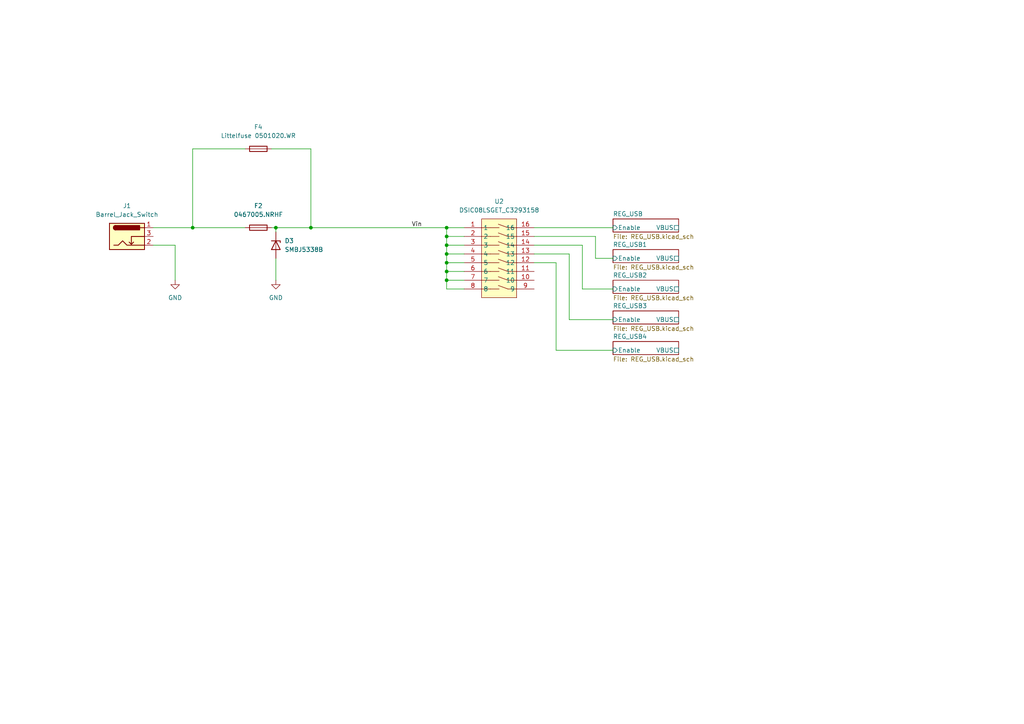
<source format=kicad_sch>
(kicad_sch (version 20250114) (generator "eeschema") (generator_version "9.0")
  (paper "A4")
  (lib_symbols
    (symbol "Connector:Barrel_Jack_Switch" (pin_names (hide yes))
      (property "Reference" "J" (at 0 5.334 0))
      (property "Value" "Barrel_Jack_Switch" (at 0 -5.08 0))
      (symbol "Barrel_Jack_Switch_0_1"
        (rectangle (start -5.08 3.81) (end 5.08 -3.81) (stroke (width 0.254)) (fill (type background)))
        (polyline (pts (xy -3.81 -2.54) (xy -2.54 -2.54) (xy -1.27 -1.27) (xy 0 -2.54) (xy 2.54 -2.54) (xy 5.08 -2.54)) (stroke (width 0.254)))
        (arc (start -3.302 1.905) (mid -3.9343 2.54) (end -3.302 3.175) (stroke (width 0.254)))
        (arc (start -3.302 1.905) (mid -3.9343 2.54) (end -3.302 3.175) (stroke (width 0.254)) (fill (type outline)))
        (polyline (pts (xy 1.27 -2.286) (xy 1.905 -1.651)) (stroke (width 0.254)))
        (rectangle (start 3.683 3.175) (end -3.302 1.905) (stroke (width 0.254)) (fill (type outline)))
        (polyline (pts (xy 5.08 2.54) (xy 3.81 2.54)) (stroke (width 0.254)))
        (polyline (pts (xy 5.08 0) (xy 1.27 0) (xy 1.27 -2.286) (xy 0.635 -1.651)) (stroke (width 0.254)))
      )
      (symbol "Barrel_Jack_Switch_1_1"
        (pin passive line (at 7.62 2.54 180) (length 2.54) (name "~") (number "1"))
        (pin passive line (at 7.62 0 180) (length 2.54) (name "~") (number "3"))
        (pin passive line (at 7.62 -2.54 180) (length 2.54) (name "~") (number "2"))
      )
    )
    (symbol "D_Zener_1" (pin_numbers (hide yes)) (pin_names (offset 1.016) (hide yes))
      (property "Reference" "D" (at 0 2.54 0))
      (property "Value" "D_Zener" (at 0 -2.54 0))
      (symbol "D_Zener_1_0_1"
        (polyline (pts (xy -1.27 -1.27) (xy -1.27 1.27) (xy -0.762 1.27)) (stroke (width 0.254)))
        (polyline (pts (xy 1.27 0) (xy -1.27 0)))
        (polyline (pts (xy 1.27 -1.27) (xy 1.27 1.27) (xy -1.27 0) (xy 1.27 -1.27)) (stroke (width 0.254)))
      )
      (symbol "D_Zener_1_1_1"
        (pin passive line (at -3.81 0 0) (length 2.54) (name "K") (number "1"))
        (pin passive line (at 3.81 0 180) (length 2.54) (name "A") (number "2"))
      )
    )
    (symbol "Device:Fuse" (pin_numbers (hide yes)) (pin_names (offset 0))
      (property "Reference" "F" (at 2.032 0 90))
      (property "Value" "Fuse" (at -1.905 0 90))
      (symbol "Fuse_0_1"
        (rectangle (start -0.762 -2.54) (end 0.762 2.54) (stroke (width 0.254)))
        (polyline (pts (xy 0 2.54) (xy 0 -2.54)))
      )
      (symbol "Fuse_1_1"
        (pin passive line (at 0 3.81 270) (length 1.27) (name "~") (number "1"))
        (pin passive line (at 0 -3.81 90) (length 1.27) (name "~") (number "2"))
      )
    )
    (symbol "easyeda2kicad:DSIC08LSGET_C3293158"
      (property "Reference" "U" (at 0 15.24 0))
      (property "Value" "DSIC08LSGET_C3293158" (at 0 -12.7 0))
      (symbol "DSIC08LSGET_C3293158_0_1"
        (rectangle (start -5.08 12.7) (end 5.08 -10.16) (fill (type background)))
        (polyline (pts (xy -2.54 10.16) (xy -5.08 10.16)))
        (polyline (pts (xy -2.54 10.16) (xy 0 10.16)))
        (polyline (pts (xy -2.54 7.62) (xy -5.08 7.62)))
        (polyline (pts (xy -2.54 7.62) (xy 0 7.62)))
        (polyline (pts (xy -2.54 5.08) (xy -5.08 5.08)))
        (polyline (pts (xy -2.54 5.08) (xy 0 5.08)))
        (polyline (pts (xy -2.54 2.54) (xy -5.08 2.54)))
        (polyline (pts (xy -2.54 2.54) (xy 0 2.54)))
        (polyline (pts (xy -2.54 0) (xy -5.08 0)))
        (polyline (pts (xy -2.54 0) (xy 0 0)))
        (polyline (pts (xy -2.54 -2.54) (xy -5.08 -2.54)))
        (polyline (pts (xy -2.54 -2.54) (xy 0 -2.54)))
        (polyline (pts (xy -2.54 -5.08) (xy -5.08 -5.08)))
        (polyline (pts (xy -2.54 -5.08) (xy 0 -5.08)))
        (polyline (pts (xy -2.54 -7.62) (xy -5.08 -7.62)))
        (polyline (pts (xy -2.54 -7.62) (xy 0 -7.62)))
        (polyline (pts (xy 2.54 10.16) (xy -0.25 11.18)))
        (polyline (pts (xy 2.54 7.62) (xy -0.25 8.64)))
        (polyline (pts (xy 2.54 5.08) (xy -0.25 6.1)))
        (polyline (pts (xy 2.54 2.54) (xy -0.25 3.56)))
        (polyline (pts (xy 2.54 0) (xy -0.25 1.02)))
        (polyline (pts (xy 2.54 -2.54) (xy -0.25 -1.52)))
        (polyline (pts (xy 2.54 -5.08) (xy -0.25 -4.06)))
        (polyline (pts (xy 2.54 -7.62) (xy -0.25 -6.6)))
        (polyline (pts (xy 5.08 10.16) (xy 2.54 10.16)))
        (polyline (pts (xy 5.08 7.62) (xy 2.54 7.62)))
        (polyline (pts (xy 5.08 5.08) (xy 2.54 5.08)))
        (polyline (pts (xy 5.08 2.54) (xy 2.54 2.54)))
        (polyline (pts (xy 5.08 0) (xy 2.54 0)))
        (polyline (pts (xy 5.08 -2.54) (xy 2.54 -2.54)))
        (polyline (pts (xy 5.08 -5.08) (xy 2.54 -5.08)))
        (polyline (pts (xy 5.08 -7.62) (xy 2.54 -7.62)))
        (pin unspecified line (at -10.16 10.16 0) (length 5.08) (name "1") (number "1"))
        (pin unspecified line (at -10.16 7.62 0) (length 5.08) (name "2") (number "2"))
        (pin unspecified line (at -10.16 5.08 0) (length 5.08) (name "3") (number "3"))
        (pin unspecified line (at -10.16 2.54 0) (length 5.08) (name "4") (number "4"))
        (pin unspecified line (at -10.16 0 0) (length 5.08) (name "5") (number "5"))
        (pin unspecified line (at -10.16 -2.54 0) (length 5.08) (name "6") (number "6"))
        (pin unspecified line (at -10.16 -5.08 0) (length 5.08) (name "7") (number "7"))
        (pin unspecified line (at -10.16 -7.62 0) (length 5.08) (name "8") (number "8"))
        (pin unspecified line (at 10.16 10.16 180) (length 5.08) (name "16") (number "16"))
        (pin unspecified line (at 10.16 7.62 180) (length 5.08) (name "15") (number "15"))
        (pin unspecified line (at 10.16 5.08 180) (length 5.08) (name "14") (number "14"))
        (pin unspecified line (at 10.16 2.54 180) (length 5.08) (name "13") (number "13"))
        (pin unspecified line (at 10.16 0 180) (length 5.08) (name "12") (number "12"))
        (pin unspecified line (at 10.16 -2.54 180) (length 5.08) (name "11") (number "11"))
        (pin unspecified line (at 10.16 -5.08 180) (length 5.08) (name "10") (number "10"))
        (pin unspecified line (at 10.16 -7.62 180) (length 5.08) (name "9") (number "9"))
      )
    )
    (symbol "power:GND" (power) (pin_numbers (hide yes)) (pin_names (offset 0) (hide yes))
      (property "Value" "GND" (at 0 -3.81 0))
      (symbol "GND_0_1"
        (polyline (pts (xy 0 0) (xy 0 -1.27) (xy 1.27 -1.27) (xy 0 -2.54) (xy -1.27 -1.27) (xy 0 -1.27)))
      )
      (symbol "GND_1_1"
        (pin power_in line (at 0 0 270) (length 0) (name "~") (number "1"))
      )
    )
  )
  (junction (at 55.88 66.04))
  (junction (at 80.01 66.04))
  (junction (at 129.54 68.58))
  (junction (at 129.54 81.28))
  (junction (at 129.54 78.74))
  (junction (at 129.54 66.04))
  (junction (at 129.54 76.2))
  (junction (at 129.54 73.66))
  (junction (at 129.54 71.12))
  (junction (at 90.17 66.04))
  (wire (pts (xy 44.45 71.12) (xy 50.8 71.12)))
  (wire (pts (xy 129.54 71.12) (xy 129.54 68.58)))
  (wire (pts (xy 129.54 68.58) (xy 134.62 68.58)))
  (wire (pts (xy 129.54 76.2) (xy 129.54 73.66)))
  (wire (pts (xy 172.72 74.93) (xy 177.8 74.93)))
  (wire (pts (xy 154.94 68.58) (xy 172.72 68.58)))
  (wire (pts (xy 168.91 83.82) (xy 177.8 83.82)))
  (wire (pts (xy 80.01 81.28) (xy 80.01 74.93)))
  (wire (pts (xy 78.74 66.04) (xy 80.01 66.04)))
  (wire (pts (xy 71.12 43.18) (xy 55.88 43.18)))
  (wire (pts (xy 90.17 43.18) (xy 90.17 66.04)))
  (wire (pts (xy 44.45 66.04) (xy 55.88 66.04)))
  (wire (pts (xy 154.94 73.66) (xy 165.1 73.66)))
  (wire (pts (xy 154.94 76.2) (xy 161.29 76.2)))
  (wire (pts (xy 55.88 43.18) (xy 55.88 66.04)))
  (wire (pts (xy 80.01 66.04) (xy 80.01 67.31)))
  (wire (pts (xy 129.54 78.74) (xy 134.62 78.74)))
  (wire (pts (xy 129.54 78.74) (xy 129.54 76.2)))
  (wire (pts (xy 78.74 43.18) (xy 90.17 43.18)))
  (wire (pts (xy 168.91 71.12) (xy 168.91 83.82)))
  (wire (pts (xy 154.94 66.04) (xy 177.8 66.04)))
  (wire (pts (xy 161.29 101.6) (xy 177.8 101.6)))
  (wire (pts (xy 154.94 71.12) (xy 168.91 71.12)))
  (wire (pts (xy 161.29 76.2) (xy 161.29 101.6)))
  (wire (pts (xy 129.54 68.58) (xy 129.54 66.04)))
  (wire (pts (xy 172.72 68.58) (xy 172.72 74.93)))
  (wire (pts (xy 129.54 66.04) (xy 134.62 66.04)))
  (wire (pts (xy 165.1 92.71) (xy 177.8 92.71)))
  (wire (pts (xy 129.54 81.28) (xy 134.62 81.28)))
  (wire (pts (xy 80.01 66.04) (xy 90.17 66.04)))
  (wire (pts (xy 165.1 73.66) (xy 165.1 92.71)))
  (wire (pts (xy 129.54 81.28) (xy 129.54 78.74)))
  (wire (pts (xy 129.54 73.66) (xy 129.54 71.12)))
  (wire (pts (xy 129.54 73.66) (xy 134.62 73.66)))
  (wire (pts (xy 129.54 71.12) (xy 134.62 71.12)))
  (wire (pts (xy 134.62 83.82) (xy 129.54 83.82)))
  (wire (pts (xy 55.88 66.04) (xy 71.12 66.04)))
  (wire (pts (xy 129.54 76.2) (xy 134.62 76.2)))
  (wire (pts (xy 129.54 83.82) (xy 129.54 81.28)))
  (wire (pts (xy 50.8 71.12) (xy 50.8 81.28)))
  (wire (pts (xy 90.17 66.04) (xy 129.54 66.04)))
  (label "Vin" (at 119.38 66.04 0))
  (symbol (lib_name "D_Zener_1") (lib_id "Device:D_Zener") (at 80.01 71.12 270) (unit 1)
    (property "Reference" "D3" (at 82.55 69.8499 90) (effects (justify left)))
    (property "Value" "SMBJ5338B" (at 82.55 72.3899 90) (effects (justify left)))
    (property "Footprint" "easyeda2kicad:SMB_L4.6-W3.6-LS5.4-RD" (effects (hide yes)))
    (property "Description" "Zener diode" (effects (hide yes)))
  )
  (symbol (lib_id "Device:Fuse") (at 74.93 43.18 90) (unit 1)
    (property "Reference" "F4" (at 74.93 36.83 90))
    (property "Value" "Littelfuse 0501020.WR" (at 74.93 39.37 90))
    (property "Footprint" "easyeda2kicad:F1206" (effects (hide yes)))
    (property "Description" "Fuse" (effects (hide yes)))
  )
  (symbol (lib_id "power:GND") (at 50.8 81.28 0) (unit 1)
    (property "Reference" "#PWR04" (effects (hide yes)))
    (property "Value" "GND" (at 50.8 86.36 0))
    (property "Description" "Power symbol creates a global label with name \"GND\" , ground" (effects (hide yes)))
  )
  (symbol (lib_id "power:GND") (at 80.01 81.28 0) (unit 1)
    (property "Reference" "#PWR03" (effects (hide yes)))
    (property "Value" "GND" (at 80.01 86.36 0))
    (property "Description" "Power symbol creates a global label with name \"GND\" , ground" (effects (hide yes)))
  )
  (symbol (lib_id "Device:Fuse") (at 74.93 66.04 90) (unit 1)
    (property "Reference" "F2" (at 74.93 59.69 90))
    (property "Value" "0467005.NRHF" (at 74.93 62.23 90))
    (property "Footprint" "easyeda2kicad:F0603" (effects (hide yes)))
    (property "Description" "Fuse" (effects (hide yes)))
  )
  (symbol (lib_id "Connector:Barrel_Jack_Switch") (at 36.83 68.58 0) (unit 1)
    (property "Reference" "J1" (at 36.83 59.69 0))
    (property "Value" "Barrel_Jack_Switch" (at 36.83 62.23 0))
    (property "Description" "DC Barrel Jack with an internal switch" (effects (hide yes)))
  )
  (symbol (lib_id "easyeda2kicad:DSIC08LSGET_C3293158") (at 144.78 76.2 0) (unit 1)
    (property "Reference" "U2" (at 144.78 58.42 0))
    (property "Value" "DSIC08LSGET_C3293158" (at 144.78 60.96 0))
    (property "Footprint" "easyeda2kicad:SW-SMD_DSIC08LSGET" (effects (hide yes)))
    (property "LCSC Part" "C3293158" (effects (hide yes)))
  )
  (sheet (at 177.8 99.06) (size 19.05 3.81) (stroke (width 0.1524))
    (property "Sheetname" "REG_USB4" (at 177.8 98.3484 0) (effects (justify left bottom)))
    (property "Sheetfile" "REG_USB.kicad_sch" (at 177.8 103.4546 0) (effects (justify left top)))
    (pin "Enable" input (at 177.8 101.6 180))
    (pin "VBUS" passive (at 196.85 101.6 0))
  )
  (sheet (at 177.8 90.17) (size 19.05 3.81) (stroke (width 0.1524))
    (property "Sheetname" "REG_USB3" (at 177.8 89.4584 0) (effects (justify left bottom)))
    (property "Sheetfile" "REG_USB.kicad_sch" (at 177.8 94.5646 0) (effects (justify left top)))
    (pin "Enable" input (at 177.8 92.71 180))
    (pin "VBUS" passive (at 196.85 92.71 0))
  )
  (sheet (at 177.8 72.39) (size 19.05 3.81) (stroke (width 0.1524))
    (property "Sheetname" "REG_USB1" (at 177.8 71.6784 0) (effects (justify left bottom)))
    (property "Sheetfile" "REG_USB.kicad_sch" (at 177.8 76.7846 0) (effects (justify left top)))
    (pin "Enable" input (at 177.8 74.93 180))
    (pin "VBUS" passive (at 196.85 74.93 0))
  )
  (sheet (at 177.8 63.5) (size 19.05 3.81) (stroke (width 0.1524))
    (property "Sheetname" "REG_USB" (at 177.8 62.7884 0) (effects (justify left bottom)))
    (property "Sheetfile" "REG_USB.kicad_sch" (at 177.8 67.8946 0) (effects (justify left top)))
    (pin "Enable" input (at 177.8 66.04 180))
    (pin "VBUS" passive (at 196.85 66.04 0))
  )
  (sheet (at 177.8 81.28) (size 19.05 3.81) (stroke (width 0.1524))
    (property "Sheetname" "REG_USB2" (at 177.8 80.5684 0) (effects (justify left bottom)))
    (property "Sheetfile" "REG_USB.kicad_sch" (at 177.8 85.6746 0) (effects (justify left top)))
    (pin "Enable" input (at 177.8 83.82 180))
    (pin "VBUS" passive (at 196.85 83.82 0))
  )
)
</source>
